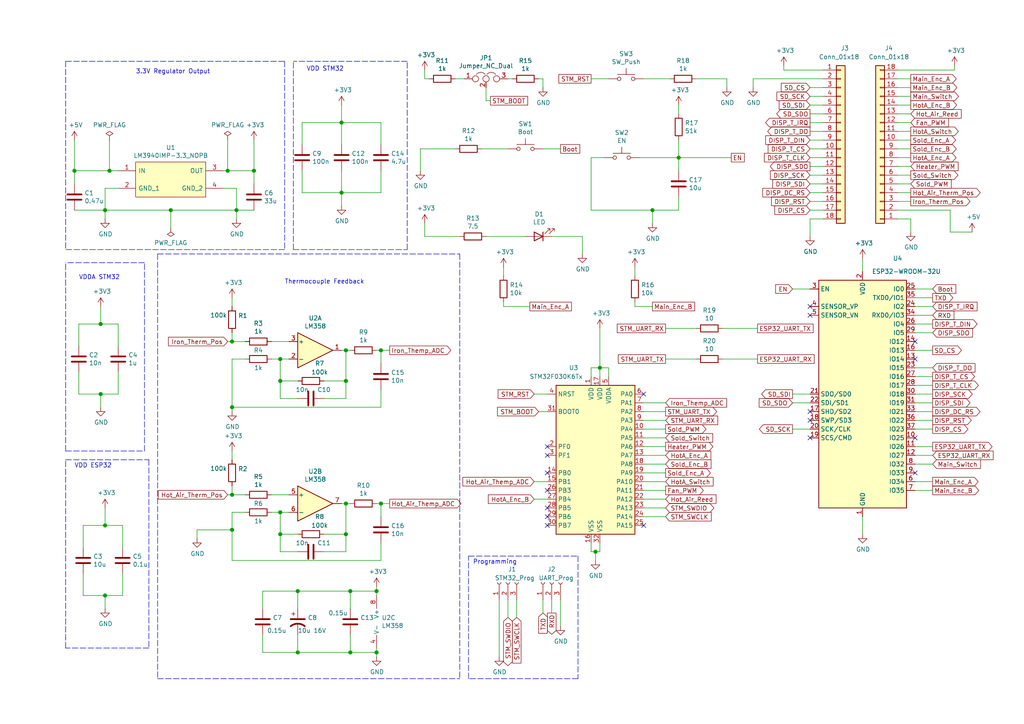
<source format=kicad_sch>
(kicad_sch (version 20201015) (generator eeschema)
  (paper "A4")
  (title_block (title "Phixlab Soldering Station Processor Board") (rev "0.1") (company "keyfour.tech"))
  (junction (at 21.59 49.53) (diameter 1.016))
  (junction (at 29.21 93.98) (diameter 1.016))
  (junction (at 29.21 114.3) (diameter 1.016))
  (junction (at 30.48 60.96) (diameter 1.016))
  (junction (at 30.48 152.4) (diameter 1.016))
  (junction (at 30.48 172.72) (diameter 1.016))
  (junction (at 31.75 49.53) (diameter 1.016))
  (junction (at 49.53 60.96) (diameter 1.016))
  (junction (at 66.04 49.53) (diameter 1.016))
  (junction (at 67.31 99.06) (diameter 1.016))
  (junction (at 67.31 118.11) (diameter 1.016))
  (junction (at 67.31 143.51) (diameter 1.016))
  (junction (at 67.31 153.67) (diameter 1.016))
  (junction (at 68.58 60.96) (diameter 1.016))
  (junction (at 73.66 49.53) (diameter 1.016))
  (junction (at 81.28 104.14) (diameter 1.016))
  (junction (at 81.28 110.49) (diameter 1.016))
  (junction (at 81.28 148.59) (diameter 1.016))
  (junction (at 81.28 154.94) (diameter 1.016))
  (junction (at 86.36 171.45) (diameter 1.016))
  (junction (at 86.36 189.23) (diameter 1.016))
  (junction (at 99.06 35.56) (diameter 1.016))
  (junction (at 99.06 55.88) (diameter 1.016))
  (junction (at 100.33 101.6) (diameter 1.016))
  (junction (at 100.33 110.49) (diameter 1.016))
  (junction (at 100.33 146.05) (diameter 1.016))
  (junction (at 100.33 154.94) (diameter 1.016))
  (junction (at 101.6 171.45) (diameter 1.016))
  (junction (at 101.6 189.23) (diameter 1.016))
  (junction (at 109.22 171.45) (diameter 1.016))
  (junction (at 109.22 189.23) (diameter 1.016))
  (junction (at 110.49 101.6) (diameter 1.016))
  (junction (at 110.49 146.05) (diameter 1.016))
  (junction (at 172.72 160.02) (diameter 1.016))
  (junction (at 173.99 106.68) (diameter 1.016))
  (junction (at 189.23 60.96) (diameter 1.016))
  (junction (at 196.85 45.72) (diameter 1.016))
  (no_connect (at 186.69 152.4))
  (no_connect (at 234.95 88.9))
  (no_connect (at 158.75 152.4))
  (no_connect (at 265.43 99.06))
  (no_connect (at 234.95 119.38))
  (no_connect (at 158.75 132.08))
  (no_connect (at 158.75 137.16))
  (no_connect (at 158.75 147.32))
  (no_connect (at 265.43 127))
  (no_connect (at 186.69 114.3))
  (no_connect (at 234.95 127))
  (no_connect (at 158.75 142.24))
  (no_connect (at 234.95 121.92))
  (no_connect (at 158.75 149.86))
  (no_connect (at 234.95 91.44))
  (no_connect (at 158.75 129.54))
  (no_connect (at 265.43 104.14))
  (no_connect (at 265.43 137.16))
  (wire (pts (xy 21.59 49.53) (xy 21.59 40.64)))
  (wire (pts (xy 21.59 49.53) (xy 21.59 53.34)))
  (wire (pts (xy 21.59 60.96) (xy 30.48 60.96)))
  (wire (pts (xy 22.86 93.98) (xy 29.21 93.98)))
  (wire (pts (xy 22.86 100.33) (xy 22.86 93.98)))
  (wire (pts (xy 22.86 107.95) (xy 22.86 114.3)))
  (wire (pts (xy 22.86 114.3) (xy 29.21 114.3)))
  (wire (pts (xy 24.13 152.4) (xy 30.48 152.4)))
  (wire (pts (xy 24.13 158.75) (xy 24.13 152.4)))
  (wire (pts (xy 24.13 166.37) (xy 24.13 172.72)))
  (wire (pts (xy 24.13 172.72) (xy 30.48 172.72)))
  (wire (pts (xy 29.21 93.98) (xy 29.21 88.9)))
  (wire (pts (xy 29.21 114.3) (xy 34.29 114.3)))
  (wire (pts (xy 29.21 118.11) (xy 29.21 114.3)))
  (wire (pts (xy 30.48 54.61) (xy 30.48 60.96)))
  (wire (pts (xy 30.48 54.61) (xy 34.29 54.61)))
  (wire (pts (xy 30.48 60.96) (xy 30.48 63.5)))
  (wire (pts (xy 30.48 152.4) (xy 30.48 147.32)))
  (wire (pts (xy 30.48 172.72) (xy 35.56 172.72)))
  (wire (pts (xy 30.48 176.53) (xy 30.48 172.72)))
  (wire (pts (xy 31.75 49.53) (xy 21.59 49.53)))
  (wire (pts (xy 31.75 49.53) (xy 31.75 40.64)))
  (wire (pts (xy 34.29 49.53) (xy 31.75 49.53)))
  (wire (pts (xy 34.29 93.98) (xy 29.21 93.98)))
  (wire (pts (xy 34.29 100.33) (xy 34.29 93.98)))
  (wire (pts (xy 34.29 114.3) (xy 34.29 107.95)))
  (wire (pts (xy 35.56 152.4) (xy 30.48 152.4)))
  (wire (pts (xy 35.56 158.75) (xy 35.56 152.4)))
  (wire (pts (xy 35.56 172.72) (xy 35.56 166.37)))
  (wire (pts (xy 49.53 60.96) (xy 30.48 60.96)))
  (wire (pts (xy 49.53 60.96) (xy 68.58 60.96)))
  (wire (pts (xy 49.53 66.04) (xy 49.53 60.96)))
  (wire (pts (xy 57.15 153.67) (xy 67.31 153.67)))
  (wire (pts (xy 57.15 156.21) (xy 57.15 153.67)))
  (wire (pts (xy 64.77 54.61) (xy 68.58 54.61)))
  (wire (pts (xy 66.04 40.64) (xy 66.04 49.53)))
  (wire (pts (xy 66.04 49.53) (xy 64.77 49.53)))
  (wire (pts (xy 66.04 99.06) (xy 67.31 99.06)))
  (wire (pts (xy 66.04 143.51) (xy 67.31 143.51)))
  (wire (pts (xy 67.31 88.9) (xy 67.31 86.36)))
  (wire (pts (xy 67.31 99.06) (xy 67.31 96.52)))
  (wire (pts (xy 67.31 99.06) (xy 71.12 99.06)))
  (wire (pts (xy 67.31 104.14) (xy 71.12 104.14)))
  (wire (pts (xy 67.31 118.11) (xy 67.31 104.14)))
  (wire (pts (xy 67.31 119.38) (xy 67.31 118.11)))
  (wire (pts (xy 67.31 133.35) (xy 67.31 130.81)))
  (wire (pts (xy 67.31 143.51) (xy 67.31 140.97)))
  (wire (pts (xy 67.31 143.51) (xy 71.12 143.51)))
  (wire (pts (xy 67.31 148.59) (xy 71.12 148.59)))
  (wire (pts (xy 67.31 153.67) (xy 67.31 148.59)))
  (wire (pts (xy 67.31 162.56) (xy 67.31 153.67)))
  (wire (pts (xy 68.58 54.61) (xy 68.58 60.96)))
  (wire (pts (xy 68.58 60.96) (xy 68.58 63.5)))
  (wire (pts (xy 73.66 49.53) (xy 66.04 49.53)))
  (wire (pts (xy 73.66 49.53) (xy 73.66 40.64)))
  (wire (pts (xy 73.66 49.53) (xy 73.66 53.34)))
  (wire (pts (xy 73.66 60.96) (xy 68.58 60.96)))
  (wire (pts (xy 76.2 171.45) (xy 86.36 171.45)))
  (wire (pts (xy 76.2 176.53) (xy 76.2 171.45)))
  (wire (pts (xy 76.2 184.15) (xy 76.2 189.23)))
  (wire (pts (xy 76.2 189.23) (xy 86.36 189.23)))
  (wire (pts (xy 78.74 99.06) (xy 83.82 99.06)))
  (wire (pts (xy 78.74 104.14) (xy 81.28 104.14)))
  (wire (pts (xy 78.74 143.51) (xy 83.82 143.51)))
  (wire (pts (xy 78.74 148.59) (xy 81.28 148.59)))
  (wire (pts (xy 81.28 104.14) (xy 81.28 110.49)))
  (wire (pts (xy 81.28 104.14) (xy 83.82 104.14)))
  (wire (pts (xy 81.28 110.49) (xy 81.28 115.57)))
  (wire (pts (xy 81.28 110.49) (xy 86.36 110.49)))
  (wire (pts (xy 81.28 115.57) (xy 86.36 115.57)))
  (wire (pts (xy 81.28 148.59) (xy 81.28 154.94)))
  (wire (pts (xy 81.28 148.59) (xy 83.82 148.59)))
  (wire (pts (xy 81.28 154.94) (xy 81.28 160.02)))
  (wire (pts (xy 81.28 154.94) (xy 86.36 154.94)))
  (wire (pts (xy 81.28 160.02) (xy 86.36 160.02)))
  (wire (pts (xy 86.36 171.45) (xy 101.6 171.45)))
  (wire (pts (xy 86.36 176.53) (xy 86.36 171.45)))
  (wire (pts (xy 86.36 184.15) (xy 86.36 189.23)))
  (wire (pts (xy 86.36 189.23) (xy 101.6 189.23)))
  (wire (pts (xy 87.63 35.56) (xy 99.06 35.56)))
  (wire (pts (xy 87.63 41.91) (xy 87.63 35.56)))
  (wire (pts (xy 87.63 55.88) (xy 87.63 49.53)))
  (wire (pts (xy 93.98 110.49) (xy 100.33 110.49)))
  (wire (pts (xy 93.98 115.57) (xy 100.33 115.57)))
  (wire (pts (xy 93.98 154.94) (xy 100.33 154.94)))
  (wire (pts (xy 93.98 160.02) (xy 100.33 160.02)))
  (wire (pts (xy 99.06 35.56) (xy 99.06 30.48)))
  (wire (pts (xy 99.06 41.91) (xy 99.06 35.56)))
  (wire (pts (xy 99.06 49.53) (xy 99.06 55.88)))
  (wire (pts (xy 99.06 55.88) (xy 87.63 55.88)))
  (wire (pts (xy 99.06 55.88) (xy 110.49 55.88)))
  (wire (pts (xy 99.06 59.69) (xy 99.06 55.88)))
  (wire (pts (xy 100.33 101.6) (xy 99.06 101.6)))
  (wire (pts (xy 100.33 101.6) (xy 101.6 101.6)))
  (wire (pts (xy 100.33 110.49) (xy 100.33 101.6)))
  (wire (pts (xy 100.33 115.57) (xy 100.33 110.49)))
  (wire (pts (xy 100.33 146.05) (xy 99.06 146.05)))
  (wire (pts (xy 100.33 146.05) (xy 101.6 146.05)))
  (wire (pts (xy 100.33 154.94) (xy 100.33 146.05)))
  (wire (pts (xy 100.33 160.02) (xy 100.33 154.94)))
  (wire (pts (xy 101.6 171.45) (xy 109.22 171.45)))
  (wire (pts (xy 101.6 176.53) (xy 101.6 171.45)))
  (wire (pts (xy 101.6 184.15) (xy 101.6 189.23)))
  (wire (pts (xy 101.6 189.23) (xy 109.22 189.23)))
  (wire (pts (xy 109.22 101.6) (xy 110.49 101.6)))
  (wire (pts (xy 109.22 146.05) (xy 110.49 146.05)))
  (wire (pts (xy 109.22 171.45) (xy 109.22 170.18)))
  (wire (pts (xy 109.22 172.72) (xy 109.22 171.45)))
  (wire (pts (xy 109.22 189.23) (xy 109.22 187.96)))
  (wire (pts (xy 109.22 190.5) (xy 109.22 189.23)))
  (wire (pts (xy 110.49 35.56) (xy 99.06 35.56)))
  (wire (pts (xy 110.49 41.91) (xy 110.49 35.56)))
  (wire (pts (xy 110.49 55.88) (xy 110.49 49.53)))
  (wire (pts (xy 110.49 101.6) (xy 113.03 101.6)))
  (wire (pts (xy 110.49 105.41) (xy 110.49 101.6)))
  (wire (pts (xy 110.49 113.03) (xy 110.49 118.11)))
  (wire (pts (xy 110.49 118.11) (xy 67.31 118.11)))
  (wire (pts (xy 110.49 146.05) (xy 113.03 146.05)))
  (wire (pts (xy 110.49 149.86) (xy 110.49 146.05)))
  (wire (pts (xy 110.49 157.48) (xy 110.49 162.56)))
  (wire (pts (xy 110.49 162.56) (xy 67.31 162.56)))
  (wire (pts (xy 121.92 43.18) (xy 121.92 49.53)))
  (wire (pts (xy 121.92 43.18) (xy 132.08 43.18)))
  (wire (pts (xy 123.19 22.86) (xy 123.19 20.32)))
  (wire (pts (xy 123.19 64.77) (xy 123.19 68.58)))
  (wire (pts (xy 123.19 68.58) (xy 133.35 68.58)))
  (wire (pts (xy 124.46 22.86) (xy 123.19 22.86)))
  (wire (pts (xy 134.62 22.86) (xy 132.08 22.86)))
  (wire (pts (xy 139.7 43.18) (xy 147.32 43.18)))
  (wire (pts (xy 140.97 29.21) (xy 140.97 25.4)))
  (wire (pts (xy 140.97 29.21) (xy 142.24 29.21)))
  (wire (pts (xy 140.97 68.58) (xy 152.4 68.58)))
  (wire (pts (xy 144.78 173.99) (xy 144.78 190.5)))
  (wire (pts (xy 146.05 80.01) (xy 146.05 77.47)))
  (wire (pts (xy 146.05 88.9) (xy 146.05 87.63)))
  (wire (pts (xy 147.32 179.07) (xy 147.32 173.99)))
  (wire (pts (xy 148.59 22.86) (xy 147.32 22.86)))
  (wire (pts (xy 149.86 179.07) (xy 149.86 173.99)))
  (wire (pts (xy 153.67 88.9) (xy 146.05 88.9)))
  (wire (pts (xy 154.94 139.7) (xy 158.75 139.7)))
  (wire (pts (xy 154.94 144.78) (xy 158.75 144.78)))
  (wire (pts (xy 156.21 119.38) (xy 158.75 119.38)))
  (wire (pts (xy 157.48 22.86) (xy 156.21 22.86)))
  (wire (pts (xy 157.48 25.4) (xy 157.48 22.86)))
  (wire (pts (xy 157.48 43.18) (xy 162.56 43.18)))
  (wire (pts (xy 157.48 177.8) (xy 157.48 173.99)))
  (wire (pts (xy 158.75 114.3) (xy 154.94 114.3)))
  (wire (pts (xy 160.02 177.8) (xy 160.02 173.99)))
  (wire (pts (xy 162.56 181.61) (xy 162.56 173.99)))
  (wire (pts (xy 168.91 68.58) (xy 160.02 68.58)))
  (wire (pts (xy 168.91 73.66) (xy 168.91 68.58)))
  (wire (pts (xy 171.45 22.86) (xy 176.53 22.86)))
  (wire (pts (xy 171.45 45.72) (xy 175.26 45.72)))
  (wire (pts (xy 171.45 60.96) (xy 171.45 45.72)))
  (wire (pts (xy 171.45 60.96) (xy 189.23 60.96)))
  (wire (pts (xy 171.45 106.68) (xy 173.99 106.68)))
  (wire (pts (xy 171.45 109.22) (xy 171.45 106.68)))
  (wire (pts (xy 171.45 160.02) (xy 171.45 157.48)))
  (wire (pts (xy 172.72 160.02) (xy 171.45 160.02)))
  (wire (pts (xy 172.72 160.02) (xy 173.99 160.02)))
  (wire (pts (xy 172.72 162.56) (xy 172.72 160.02)))
  (wire (pts (xy 173.99 106.68) (xy 173.99 95.25)))
  (wire (pts (xy 173.99 106.68) (xy 176.53 106.68)))
  (wire (pts (xy 173.99 109.22) (xy 173.99 106.68)))
  (wire (pts (xy 173.99 160.02) (xy 173.99 157.48)))
  (wire (pts (xy 176.53 106.68) (xy 176.53 109.22)))
  (wire (pts (xy 184.15 80.01) (xy 184.15 77.47)))
  (wire (pts (xy 184.15 88.9) (xy 184.15 87.63)))
  (wire (pts (xy 185.42 45.72) (xy 196.85 45.72)))
  (wire (pts (xy 186.69 22.86) (xy 194.31 22.86)))
  (wire (pts (xy 186.69 116.84) (xy 193.04 116.84)))
  (wire (pts (xy 186.69 121.92) (xy 193.04 121.92)))
  (wire (pts (xy 186.69 124.46) (xy 193.04 124.46)))
  (wire (pts (xy 186.69 127) (xy 193.04 127)))
  (wire (pts (xy 186.69 129.54) (xy 193.04 129.54)))
  (wire (pts (xy 186.69 134.62) (xy 193.04 134.62)))
  (wire (pts (xy 186.69 139.7) (xy 193.04 139.7)))
  (wire (pts (xy 186.69 144.78) (xy 193.04 144.78)))
  (wire (pts (xy 186.69 147.32) (xy 193.04 147.32)))
  (wire (pts (xy 189.23 60.96) (xy 189.23 64.77)))
  (wire (pts (xy 189.23 88.9) (xy 184.15 88.9)))
  (wire (pts (xy 193.04 104.14) (xy 201.93 104.14)))
  (wire (pts (xy 193.04 119.38) (xy 186.69 119.38)))
  (wire (pts (xy 193.04 132.08) (xy 186.69 132.08)))
  (wire (pts (xy 193.04 137.16) (xy 186.69 137.16)))
  (wire (pts (xy 193.04 142.24) (xy 186.69 142.24)))
  (wire (pts (xy 193.04 149.86) (xy 186.69 149.86)))
  (wire (pts (xy 196.85 33.02) (xy 196.85 30.48)))
  (wire (pts (xy 196.85 40.64) (xy 196.85 45.72)))
  (wire (pts (xy 196.85 45.72) (xy 196.85 49.53)))
  (wire (pts (xy 196.85 60.96) (xy 189.23 60.96)))
  (wire (pts (xy 196.85 60.96) (xy 196.85 57.15)))
  (wire (pts (xy 201.93 22.86) (xy 210.82 22.86)))
  (wire (pts (xy 201.93 95.25) (xy 193.04 95.25)))
  (wire (pts (xy 209.55 104.14) (xy 219.71 104.14)))
  (wire (pts (xy 210.82 22.86) (xy 210.82 25.4)))
  (wire (pts (xy 212.09 45.72) (xy 196.85 45.72)))
  (wire (pts (xy 218.44 22.86) (xy 218.44 25.4)))
  (wire (pts (xy 218.44 22.86) (xy 238.76 22.86)))
  (wire (pts (xy 219.71 95.25) (xy 209.55 95.25)))
  (wire (pts (xy 227.33 20.32) (xy 227.33 19.05)))
  (wire (pts (xy 229.87 114.3) (xy 234.95 114.3)))
  (wire (pts (xy 229.87 116.84) (xy 234.95 116.84)))
  (wire (pts (xy 229.87 124.46) (xy 234.95 124.46)))
  (wire (pts (xy 234.95 25.4) (xy 238.76 25.4)))
  (wire (pts (xy 234.95 27.94) (xy 238.76 27.94)))
  (wire (pts (xy 234.95 30.48) (xy 238.76 30.48)))
  (wire (pts (xy 234.95 33.02) (xy 238.76 33.02)))
  (wire (pts (xy 234.95 35.56) (xy 238.76 35.56)))
  (wire (pts (xy 234.95 38.1) (xy 238.76 38.1)))
  (wire (pts (xy 234.95 40.64) (xy 238.76 40.64)))
  (wire (pts (xy 234.95 43.18) (xy 238.76 43.18)))
  (wire (pts (xy 234.95 45.72) (xy 238.76 45.72)))
  (wire (pts (xy 234.95 48.26) (xy 238.76 48.26)))
  (wire (pts (xy 234.95 50.8) (xy 238.76 50.8)))
  (wire (pts (xy 234.95 53.34) (xy 238.76 53.34)))
  (wire (pts (xy 234.95 55.88) (xy 238.76 55.88)))
  (wire (pts (xy 234.95 58.42) (xy 238.76 58.42)))
  (wire (pts (xy 234.95 60.96) (xy 238.76 60.96)))
  (wire (pts (xy 234.95 63.5) (xy 238.76 63.5)))
  (wire (pts (xy 234.95 68.58) (xy 234.95 63.5)))
  (wire (pts (xy 234.95 83.82) (xy 229.87 83.82)))
  (wire (pts (xy 238.76 20.32) (xy 227.33 20.32)))
  (wire (pts (xy 250.19 78.74) (xy 250.19 74.93)))
  (wire (pts (xy 250.19 154.94) (xy 250.19 149.86)))
  (wire (pts (xy 260.35 20.32) (xy 276.86 20.32)))
  (wire (pts (xy 260.35 22.86) (xy 264.16 22.86)))
  (wire (pts (xy 260.35 25.4) (xy 264.16 25.4)))
  (wire (pts (xy 260.35 27.94) (xy 264.16 27.94)))
  (wire (pts (xy 260.35 30.48) (xy 264.16 30.48)))
  (wire (pts (xy 260.35 33.02) (xy 264.16 33.02)))
  (wire (pts (xy 260.35 35.56) (xy 264.16 35.56)))
  (wire (pts (xy 260.35 38.1) (xy 264.16 38.1)))
  (wire (pts (xy 260.35 40.64) (xy 264.16 40.64)))
  (wire (pts (xy 260.35 43.18) (xy 264.16 43.18)))
  (wire (pts (xy 260.35 45.72) (xy 264.16 45.72)))
  (wire (pts (xy 260.35 48.26) (xy 264.16 48.26)))
  (wire (pts (xy 260.35 50.8) (xy 264.16 50.8)))
  (wire (pts (xy 260.35 53.34) (xy 264.16 53.34)))
  (wire (pts (xy 260.35 55.88) (xy 264.16 55.88)))
  (wire (pts (xy 260.35 60.96) (xy 275.59 60.96)))
  (wire (pts (xy 260.35 63.5) (xy 264.16 63.5)))
  (wire (pts (xy 264.16 58.42) (xy 260.35 58.42)))
  (wire (pts (xy 264.16 63.5) (xy 264.16 67.31)))
  (wire (pts (xy 265.43 83.82) (xy 270.51 83.82)))
  (wire (pts (xy 265.43 86.36) (xy 270.51 86.36)))
  (wire (pts (xy 265.43 88.9) (xy 270.51 88.9)))
  (wire (pts (xy 265.43 91.44) (xy 270.51 91.44)))
  (wire (pts (xy 265.43 93.98) (xy 270.51 93.98)))
  (wire (pts (xy 265.43 96.52) (xy 270.51 96.52)))
  (wire (pts (xy 265.43 101.6) (xy 270.51 101.6)))
  (wire (pts (xy 265.43 109.22) (xy 270.51 109.22)))
  (wire (pts (xy 265.43 111.76) (xy 270.51 111.76)))
  (wire (pts (xy 265.43 114.3) (xy 270.51 114.3)))
  (wire (pts (xy 265.43 116.84) (xy 270.51 116.84)))
  (wire (pts (xy 265.43 119.38) (xy 270.51 119.38)))
  (wire (pts (xy 265.43 121.92) (xy 270.51 121.92)))
  (wire (pts (xy 265.43 124.46) (xy 270.51 124.46)))
  (wire (pts (xy 265.43 132.08) (xy 270.51 132.08)))
  (wire (pts (xy 265.43 134.62) (xy 270.51 134.62)))
  (wire (pts (xy 265.43 139.7) (xy 270.51 139.7)))
  (wire (pts (xy 270.51 106.68) (xy 265.43 106.68)))
  (wire (pts (xy 270.51 129.54) (xy 265.43 129.54)))
  (wire (pts (xy 270.51 142.24) (xy 265.43 142.24)))
  (wire (pts (xy 275.59 60.96) (xy 275.59 67.31)))
  (wire (pts (xy 275.59 67.31) (xy 281.94 67.31)))
  (wire (pts (xy 276.86 20.32) (xy 276.86 19.05)))
  (polyline (pts (xy 19.05 17.78) (xy 19.05 72.39)) (stroke (width 0) (type dash)))
  (polyline (pts (xy 19.05 17.78) (xy 82.55 17.78)) (stroke (width 0) (type dash)))
  (polyline (pts (xy 19.05 130.81) (xy 19.05 76.2)) (stroke (width 0) (type dash)))
  (polyline (pts (xy 19.05 130.81) (xy 41.91 130.81)) (stroke (width 0) (type dash)))
  (polyline (pts (xy 19.05 133.35) (xy 43.18 133.35)) (stroke (width 0) (type dash)))
  (polyline (pts (xy 19.05 187.96) (xy 19.05 133.35)) (stroke (width 0) (type dash)))
  (polyline (pts (xy 41.91 76.2) (xy 19.05 76.2)) (stroke (width 0) (type dash)))
  (polyline (pts (xy 41.91 130.81) (xy 41.91 76.2)) (stroke (width 0) (type dash)))
  (polyline (pts (xy 43.18 133.35) (xy 43.18 187.96)) (stroke (width 0) (type dash)))
  (polyline (pts (xy 43.18 187.96) (xy 19.05 187.96)) (stroke (width 0) (type dash)))
  (polyline (pts (xy 45.72 73.66) (xy 45.72 196.85)) (stroke (width 0) (type dash)))
  (polyline (pts (xy 45.72 73.66) (xy 133.35 73.66)) (stroke (width 0) (type dash)))
  (polyline (pts (xy 45.72 196.85) (xy 133.35 196.85)) (stroke (width 0) (type dash)))
  (polyline (pts (xy 82.55 17.78) (xy 82.55 72.39)) (stroke (width 0) (type dash)))
  (polyline (pts (xy 82.55 72.39) (xy 19.05 72.39)) (stroke (width 0) (type dash)))
  (polyline (pts (xy 85.09 72.39) (xy 85.09 17.78)) (stroke (width 0) (type dash)))
  (polyline (pts (xy 85.09 72.39) (xy 118.11 72.39)) (stroke (width 0) (type dash)))
  (polyline (pts (xy 118.11 17.78) (xy 85.09 17.78)) (stroke (width 0) (type dash)))
  (polyline (pts (xy 118.11 72.39) (xy 118.11 17.78)) (stroke (width 0) (type dash)))
  (polyline (pts (xy 133.35 73.66) (xy 133.35 196.85)) (stroke (width 0) (type dash)))
  (polyline (pts (xy 135.89 161.29) (xy 167.64 161.29)) (stroke (width 0) (type dash)))
  (polyline (pts (xy 135.89 196.85) (xy 135.89 161.29)) (stroke (width 0) (type dash)))
  (polyline (pts (xy 167.64 161.29) (xy 167.64 196.85)) (stroke (width 0) (type dash)))
  (polyline (pts (xy 167.64 196.85) (xy 135.89 196.85)) (stroke (width 0) (type dash)))
  (text "VDD ESP32\n" (at 21.59 135.89 0) (effects (font (size 1.27 1.27)) (justify left bottom)))
  (text "VDDA STM32\n" (at 22.86 81.28 0) (effects (font (size 1.27 1.27)) (justify left bottom)))
  (text "3.3V Regulator Output" (at 39.37 21.59 0) (effects (font (size 1.27 1.27)) (justify left bottom)))
  (text "Thermocouple Feedback\n" (at 82.55 82.55 0) (effects (font (size 1.27 1.27)) (justify left bottom)))
  (text "VDD STM32\n\n" (at 88.9 22.86 0) (effects (font (size 1.27 1.27)) (justify left bottom)))
  (text "Programming\n" (at 137.16 163.83 0) (effects (font (size 1.27 1.27)) (justify left bottom)))
  (global_label "Iron_Therm_Pos" (shape input) (at 66.04 99.06 180) (property "Intersheet References" "${INTERSHEET_REFS}" (effects hide)))
  (global_label "Hot_Air_Therm_Pos" (shape input) (at 66.04 143.51 180) (property "Intersheet References" "${INTERSHEET_REFS}" (effects hide)))
  (global_label "Iron_Themp_ADC" (shape output) (at 113.03 101.6 0) (property "Intersheet References" "${INTERSHEET_REFS}" (effects hide)))
  (global_label "Hot_Air_Themp_ADC" (shape output) (at 113.03 146.05 0) (property "Intersheet References" "${INTERSHEET_REFS}" (effects hide)))
  (global_label "STM_BOOT" (shape passive) (at 142.24 29.21 0) (property "Intersheet References" "${INTERSHEET_REFS}" (effects hide)))
  (global_label "STM_SWDIO" (shape bidirectional) (at 147.32 179.07 270) (property "Intersheet References" "${INTERSHEET_REFS}" (effects hide)))
  (global_label "STM_SWCLK" (shape input) (at 149.86 179.07 270) (property "Intersheet References" "${INTERSHEET_REFS}" (effects hide)))
  (global_label "Main_Enc_A" (shape passive) (at 153.67 88.9 0) (property "Intersheet References" "${INTERSHEET_REFS}" (effects hide)))
  (global_label "STM_RST" (shape input) (at 154.94 114.3 180) (property "Intersheet References" "${INTERSHEET_REFS}" (effects hide)))
  (global_label "Hot_Air_Themp_ADC" (shape input) (at 154.94 139.7 180) (property "Intersheet References" "${INTERSHEET_REFS}" (effects hide)))
  (global_label "HotA_Enc_B" (shape input) (at 154.94 144.78 180) (property "Intersheet References" "${INTERSHEET_REFS}" (effects hide)))
  (global_label "STM_BOOT" (shape input) (at 156.21 119.38 180) (property "Intersheet References" "${INTERSHEET_REFS}" (effects hide)))
  (global_label "TXD" (shape input) (at 157.48 177.8 270) (property "Intersheet References" "${INTERSHEET_REFS}" (effects hide)))
  (global_label "RXD" (shape output) (at 160.02 177.8 270) (property "Intersheet References" "${INTERSHEET_REFS}" (effects hide)))
  (global_label "Boot" (shape passive) (at 162.56 43.18 0) (property "Intersheet References" "${INTERSHEET_REFS}" (effects hide)))
  (global_label "STM_RST" (shape passive) (at 171.45 22.86 180) (property "Intersheet References" "${INTERSHEET_REFS}" (effects hide)))
  (global_label "Main_Enc_B" (shape passive) (at 189.23 88.9 0) (property "Intersheet References" "${INTERSHEET_REFS}" (effects hide)))
  (global_label "STM_UART_RX" (shape passive) (at 193.04 95.25 180) (property "Intersheet References" "${INTERSHEET_REFS}" (effects hide)))
  (global_label "STM_UART_TX" (shape passive) (at 193.04 104.14 180) (property "Intersheet References" "${INTERSHEET_REFS}" (effects hide)))
  (global_label "Iron_Themp_ADC" (shape input) (at 193.04 116.84 0) (property "Intersheet References" "${INTERSHEET_REFS}" (effects hide)))
  (global_label "STM_UART_TX" (shape output) (at 193.04 119.38 0) (property "Intersheet References" "${INTERSHEET_REFS}" (effects hide)))
  (global_label "STM_UART_RX" (shape input) (at 193.04 121.92 0) (property "Intersheet References" "${INTERSHEET_REFS}" (effects hide)))
  (global_label "Sold_PWM" (shape output) (at 193.04 124.46 0) (property "Intersheet References" "${INTERSHEET_REFS}" (effects hide)))
  (global_label "Sold_Switch" (shape input) (at 193.04 127 0) (property "Intersheet References" "${INTERSHEET_REFS}" (effects hide)))
  (global_label "Heater_PWM" (shape output) (at 193.04 129.54 0) (property "Intersheet References" "${INTERSHEET_REFS}" (effects hide)))
  (global_label "HotA_Enc_A" (shape input) (at 193.04 132.08 0) (property "Intersheet References" "${INTERSHEET_REFS}" (effects hide)))
  (global_label "Sold_Enc_B" (shape input) (at 193.04 134.62 0) (property "Intersheet References" "${INTERSHEET_REFS}" (effects hide)))
  (global_label "Sold_Enc_A" (shape output) (at 193.04 137.16 0) (property "Intersheet References" "${INTERSHEET_REFS}" (effects hide)))
  (global_label "HotA_Switch" (shape input) (at 193.04 139.7 0) (property "Intersheet References" "${INTERSHEET_REFS}" (effects hide)))
  (global_label "Fan_PWM" (shape output) (at 193.04 142.24 0) (property "Intersheet References" "${INTERSHEET_REFS}" (effects hide)))
  (global_label "Hot_Air_Reed" (shape input) (at 193.04 144.78 0) (property "Intersheet References" "${INTERSHEET_REFS}" (effects hide)))
  (global_label "STM_SWDIO" (shape bidirectional) (at 193.04 147.32 0) (property "Intersheet References" "${INTERSHEET_REFS}" (effects hide)))
  (global_label "STM_SWCLK" (shape input) (at 193.04 149.86 0) (property "Intersheet References" "${INTERSHEET_REFS}" (effects hide)))
  (global_label "EN" (shape passive) (at 212.09 45.72 0) (property "Intersheet References" "${INTERSHEET_REFS}" (effects hide)))
  (global_label "ESP32_UART_TX" (shape passive) (at 219.71 95.25 0) (property "Intersheet References" "${INTERSHEET_REFS}" (effects hide)))
  (global_label "ESP32_UART_RX" (shape passive) (at 219.71 104.14 0) (property "Intersheet References" "${INTERSHEET_REFS}" (effects hide)))
  (global_label "EN" (shape input) (at 229.87 83.82 180) (property "Intersheet References" "${INTERSHEET_REFS}" (effects hide)))
  (global_label "SD_SDI" (shape output) (at 229.87 114.3 180) (property "Intersheet References" "${INTERSHEET_REFS}" (effects hide)))
  (global_label "SD_SDO" (shape input) (at 229.87 116.84 180) (property "Intersheet References" "${INTERSHEET_REFS}" (effects hide)))
  (global_label "SD_SCK" (shape output) (at 229.87 124.46 180) (property "Intersheet References" "${INTERSHEET_REFS}" (effects hide)))
  (global_label "SD_CS" (shape input) (at 234.95 25.4 180) (property "Intersheet References" "${INTERSHEET_REFS}" (effects hide)))
  (global_label "SD_SCK" (shape input) (at 234.95 27.94 180) (property "Intersheet References" "${INTERSHEET_REFS}" (effects hide)))
  (global_label "SD_SDI" (shape input) (at 234.95 30.48 180) (property "Intersheet References" "${INTERSHEET_REFS}" (effects hide)))
  (global_label "SD_SDO" (shape output) (at 234.95 33.02 180) (property "Intersheet References" "${INTERSHEET_REFS}" (effects hide)))
  (global_label "DISP_T_IRQ" (shape output) (at 234.95 35.56 180) (property "Intersheet References" "${INTERSHEET_REFS}" (effects hide)))
  (global_label "DISP_T_DO" (shape output) (at 234.95 38.1 180) (property "Intersheet References" "${INTERSHEET_REFS}" (effects hide)))
  (global_label "DISP_T_DIN" (shape input) (at 234.95 40.64 180) (property "Intersheet References" "${INTERSHEET_REFS}" (effects hide)))
  (global_label "DISP_T_CS" (shape input) (at 234.95 43.18 180) (property "Intersheet References" "${INTERSHEET_REFS}" (effects hide)))
  (global_label "DISP_T_CLK" (shape input) (at 234.95 45.72 180) (property "Intersheet References" "${INTERSHEET_REFS}" (effects hide)))
  (global_label "DISP_SDO" (shape output) (at 234.95 48.26 180) (property "Intersheet References" "${INTERSHEET_REFS}" (effects hide)))
  (global_label "DISP_SCK" (shape input) (at 234.95 50.8 180) (property "Intersheet References" "${INTERSHEET_REFS}" (effects hide)))
  (global_label "DISP_SDI" (shape input) (at 234.95 53.34 180) (property "Intersheet References" "${INTERSHEET_REFS}" (effects hide)))
  (global_label "DISP_DC_RS" (shape input) (at 234.95 55.88 180) (property "Intersheet References" "${INTERSHEET_REFS}" (effects hide)))
  (global_label "DISP_RST" (shape input) (at 234.95 58.42 180) (property "Intersheet References" "${INTERSHEET_REFS}" (effects hide)))
  (global_label "DISP_CS" (shape input) (at 234.95 60.96 180) (property "Intersheet References" "${INTERSHEET_REFS}" (effects hide)))
  (global_label "Main_Enc_A" (shape output) (at 264.16 22.86 0) (property "Intersheet References" "${INTERSHEET_REFS}" (effects hide)))
  (global_label "Main_Enc_B" (shape output) (at 264.16 25.4 0) (property "Intersheet References" "${INTERSHEET_REFS}" (effects hide)))
  (global_label "Main_Switch" (shape output) (at 264.16 27.94 0) (property "Intersheet References" "${INTERSHEET_REFS}" (effects hide)))
  (global_label "HotA_Enc_B" (shape output) (at 264.16 30.48 0) (property "Intersheet References" "${INTERSHEET_REFS}" (effects hide)))
  (global_label "Hot_Air_Reed" (shape input) (at 264.16 33.02 0) (property "Intersheet References" "${INTERSHEET_REFS}" (effects hide)))
  (global_label "Fan_PWM" (shape input) (at 264.16 35.56 0) (property "Intersheet References" "${INTERSHEET_REFS}" (effects hide)))
  (global_label "HotA_Switch" (shape output) (at 264.16 38.1 0) (property "Intersheet References" "${INTERSHEET_REFS}" (effects hide)))
  (global_label "Sold_Enc_A" (shape output) (at 264.16 40.64 0) (property "Intersheet References" "${INTERSHEET_REFS}" (effects hide)))
  (global_label "Sold_Enc_B" (shape output) (at 264.16 43.18 0) (property "Intersheet References" "${INTERSHEET_REFS}" (effects hide)))
  (global_label "HotA_Enc_A" (shape output) (at 264.16 45.72 0) (property "Intersheet References" "${INTERSHEET_REFS}" (effects hide)))
  (global_label "Heater_PWM" (shape input) (at 264.16 48.26 0) (property "Intersheet References" "${INTERSHEET_REFS}" (effects hide)))
  (global_label "Sold_Switch" (shape output) (at 264.16 50.8 0) (property "Intersheet References" "${INTERSHEET_REFS}" (effects hide)))
  (global_label "Sold_PWM" (shape input) (at 264.16 53.34 0) (property "Intersheet References" "${INTERSHEET_REFS}" (effects hide)))
  (global_label "Hot_Air_Therm_Pos" (shape output) (at 264.16 55.88 0) (property "Intersheet References" "${INTERSHEET_REFS}" (effects hide)))
  (global_label "Iron_Therm_Pos" (shape output) (at 264.16 58.42 0) (property "Intersheet References" "${INTERSHEET_REFS}" (effects hide)))
  (global_label "Boot" (shape input) (at 270.51 83.82 0) (property "Intersheet References" "${INTERSHEET_REFS}" (effects hide)))
  (global_label "TXD" (shape output) (at 270.51 86.36 0) (property "Intersheet References" "${INTERSHEET_REFS}" (effects hide)))
  (global_label "DISP_T_IRQ" (shape input) (at 270.51 88.9 0) (property "Intersheet References" "${INTERSHEET_REFS}" (effects hide)))
  (global_label "RXD" (shape input) (at 270.51 91.44 0) (property "Intersheet References" "${INTERSHEET_REFS}" (effects hide)))
  (global_label "DISP_T_DIN" (shape output) (at 270.51 93.98 0) (property "Intersheet References" "${INTERSHEET_REFS}" (effects hide)))
  (global_label "DISP_SDO" (shape input) (at 270.51 96.52 0) (property "Intersheet References" "${INTERSHEET_REFS}" (effects hide)))
  (global_label "SD_CS" (shape output) (at 270.51 101.6 0) (property "Intersheet References" "${INTERSHEET_REFS}" (effects hide)))
  (global_label "DISP_T_DO" (shape input) (at 270.51 106.68 0) (property "Intersheet References" "${INTERSHEET_REFS}" (effects hide)))
  (global_label "DISP_T_CS" (shape output) (at 270.51 109.22 0) (property "Intersheet References" "${INTERSHEET_REFS}" (effects hide)))
  (global_label "DISP_T_CLK" (shape output) (at 270.51 111.76 0) (property "Intersheet References" "${INTERSHEET_REFS}" (effects hide)))
  (global_label "DISP_SCK" (shape output) (at 270.51 114.3 0) (property "Intersheet References" "${INTERSHEET_REFS}" (effects hide)))
  (global_label "DISP_SDI" (shape output) (at 270.51 116.84 0) (property "Intersheet References" "${INTERSHEET_REFS}" (effects hide)))
  (global_label "DISP_DC_RS" (shape output) (at 270.51 119.38 0) (property "Intersheet References" "${INTERSHEET_REFS}" (effects hide)))
  (global_label "DISP_RST" (shape output) (at 270.51 121.92 0) (property "Intersheet References" "${INTERSHEET_REFS}" (effects hide)))
  (global_label "DISP_CS" (shape output) (at 270.51 124.46 0) (property "Intersheet References" "${INTERSHEET_REFS}" (effects hide)))
  (global_label "ESP32_UART_TX" (shape output) (at 270.51 129.54 0) (property "Intersheet References" "${INTERSHEET_REFS}" (effects hide)))
  (global_label "ESP32_UART_RX" (shape input) (at 270.51 132.08 0) (property "Intersheet References" "${INTERSHEET_REFS}" (effects hide)))
  (global_label "Main_Switch" (shape input) (at 270.51 134.62 0) (property "Intersheet References" "${INTERSHEET_REFS}" (effects hide)))
  (global_label "Main_Enc_A" (shape output) (at 270.51 139.7 0) (property "Intersheet References" "${INTERSHEET_REFS}" (effects hide)))
  (global_label "Main_Enc_B" (shape output) (at 270.51 142.24 0) (property "Intersheet References" "${INTERSHEET_REFS}" (effects hide)))
  (symbol (lib_id "power:PWR_FLAG") (at 31.75 40.64 0) (unit 1)
    (property "Reference" "#FLG0101" (effects hide))
    (property "Value" "PWR_FLAG" (at 31.75 36.2458 0))
  )
  (symbol (lib_id "power:PWR_FLAG") (at 49.53 66.04 180) (unit 1)
    (property "Reference" "#FLG0103" (effects hide))
    (property "Value" "PWR_FLAG" (at 49.53 70.4342 0))
  )
  (symbol (lib_id "power:PWR_FLAG") (at 66.04 40.64 0) (unit 1)
    (property "Reference" "#FLG0102" (effects hide))
    (property "Value" "PWR_FLAG" (at 66.04 36.2458 0))
  )
  (symbol (lib_id "power:+5V") (at 21.59 40.64 0) (unit 1)
    (property "Reference" "#PWR01" (effects hide))
    (property "Value" "+5V" (at 21.971 36.2458 0))
  )
  (symbol (lib_id "power:+3.3V") (at 29.21 88.9 0) (unit 1)
    (property "Reference" "#PWR02" (effects hide))
    (property "Value" "+3.3V" (at 29.591 84.5058 0))
  )
  (symbol (lib_id "power:+3.3V") (at 30.48 147.32 0)
    (property "Reference" "#PWR05" (effects hide))
    (property "Value" "+3.3V" (at 30.861 142.9258 0))
  )
  (symbol (lib_id "power:+3.3V") (at 67.31 86.36 0)
    (property "Reference" "#PWR08" (effects hide))
    (property "Value" "+3.3V" (at 67.691 81.9658 0))
  )
  (symbol (lib_id "power:+3.3V") (at 67.31 130.81 0)
    (property "Reference" "#PWR010" (effects hide))
    (property "Value" "+3.3V" (at 67.691 126.4158 0))
  )
  (symbol (lib_id "power:+3.3V") (at 73.66 40.64 0) (unit 1)
    (property "Reference" "#PWR012" (effects hide))
    (property "Value" "+3.3V" (at 74.041 36.2458 0))
  )
  (symbol (lib_id "power:+3.3V") (at 99.06 30.48 0) (unit 1)
    (property "Reference" "#PWR013" (effects hide))
    (property "Value" "+3.3V" (at 99.441 26.0858 0))
  )
  (symbol (lib_id "power:+3.3V") (at 109.22 170.18 0)
    (property "Reference" "#PWR015" (effects hide))
    (property "Value" "+3.3V" (at 109.601 165.7858 0))
  )
  (symbol (lib_id "power:+3.3V") (at 123.19 20.32 0) (unit 1)
    (property "Reference" "#PWR018" (effects hide))
    (property "Value" "+3.3V" (at 123.571 15.9258 0))
  )
  (symbol (lib_id "power:+3.3V") (at 123.19 64.77 0) (unit 1)
    (property "Reference" "#PWR019" (effects hide))
    (property "Value" "+3.3V" (at 123.571 60.3758 0))
  )
  (symbol (lib_id "power:+3.3V") (at 146.05 77.47 0) (unit 1)
    (property "Reference" "#PWR021" (effects hide))
    (property "Value" "+3.3V" (at 146.431 73.0758 0))
  )
  (symbol (lib_id "power:+3.3V") (at 173.99 95.25 0) (unit 1)
    (property "Reference" "#PWR026" (effects hide))
    (property "Value" "+3.3V" (at 174.371 90.8558 0))
  )
  (symbol (lib_id "power:+3.3V") (at 184.15 77.47 0) (unit 1)
    (property "Reference" "#PWR027" (effects hide))
    (property "Value" "+3.3V" (at 184.531 73.0758 0))
  )
  (symbol (lib_id "power:+3.3V") (at 196.85 30.48 0) (unit 1)
    (property "Reference" "#PWR029" (effects hide))
    (property "Value" "+3.3V" (at 197.231 26.0858 0))
  )
  (symbol (lib_id "power:+3.3V") (at 227.33 19.05 0) (unit 1)
    (property "Reference" "#PWR032" (effects hide))
    (property "Value" "+3.3V" (at 227.711 14.6558 0))
  )
  (symbol (lib_id "power:+3.3V") (at 250.19 74.93 0) (unit 1)
    (property "Reference" "#PWR034" (effects hide))
    (property "Value" "+3.3V" (at 250.571 70.5358 0))
  )
  (symbol (lib_id "power:+3.3V") (at 276.86 19.05 0) (unit 1)
    (property "Reference" "#PWR037" (effects hide))
    (property "Value" "+3.3V" (at 277.241 14.6558 0))
  )
  (symbol (lib_id "power:+5V") (at 281.94 67.31 0) (unit 1)
    (property "Reference" "#PWR038" (effects hide))
    (property "Value" "+5V" (at 282.321 62.9158 0))
  )
  (symbol (lib_id "power:GND") (at 29.21 118.11 0) (unit 1)
    (property "Reference" "#PWR03" (effects hide))
    (property "Value" "GND" (at 29.337 122.5042 0))
  )
  (symbol (lib_id "power:GND") (at 30.48 63.5 0) (unit 1)
    (property "Reference" "#PWR04" (effects hide))
    (property "Value" "GND" (at 30.607 67.8942 0))
  )
  (symbol (lib_id "power:GND") (at 30.48 176.53 0)
    (property "Reference" "#PWR06" (effects hide))
    (property "Value" "GND" (at 30.607 180.9242 0))
  )
  (symbol (lib_id "power:GND") (at 57.15 156.21 0)
    (property "Reference" "#PWR07" (effects hide))
    (property "Value" "GND" (at 57.277 160.6042 0))
  )
  (symbol (lib_id "power:GND") (at 67.31 119.38 0)
    (property "Reference" "#PWR09" (effects hide))
    (property "Value" "GND" (at 67.437 123.7742 0))
  )
  (symbol (lib_id "power:GND") (at 68.58 63.5 0) (unit 1)
    (property "Reference" "#PWR011" (effects hide))
    (property "Value" "GND" (at 68.707 67.8942 0))
  )
  (symbol (lib_id "power:GND") (at 99.06 59.69 0) (unit 1)
    (property "Reference" "#PWR014" (effects hide))
    (property "Value" "GND" (at 99.187 64.0842 0))
  )
  (symbol (lib_id "power:GND") (at 109.22 190.5 0)
    (property "Reference" "#PWR016" (effects hide))
    (property "Value" "GND" (at 109.347 194.8942 0))
  )
  (symbol (lib_id "power:GND") (at 121.92 49.53 0) (unit 1)
    (property "Reference" "#PWR017" (effects hide))
    (property "Value" "GND" (at 122.047 53.9242 0))
  )
  (symbol (lib_id "power:GND") (at 144.78 190.5 0) (unit 1)
    (property "Reference" "#PWR020" (effects hide))
    (property "Value" "GND" (at 144.907 194.8942 0))
  )
  (symbol (lib_id "power:GND") (at 157.48 25.4 0) (unit 1)
    (property "Reference" "#PWR022" (effects hide))
    (property "Value" "GND" (at 157.607 29.7942 0))
  )
  (symbol (lib_id "power:GND") (at 162.56 181.61 0) (unit 1)
    (property "Reference" "#PWR023" (effects hide))
    (property "Value" "GND" (at 162.687 186.0042 0))
  )
  (symbol (lib_id "power:GND") (at 168.91 73.66 0) (unit 1)
    (property "Reference" "#PWR024" (effects hide))
    (property "Value" "GND" (at 169.037 78.0542 0))
  )
  (symbol (lib_id "power:GND") (at 172.72 162.56 0) (unit 1)
    (property "Reference" "#PWR025" (effects hide))
    (property "Value" "GND" (at 172.847 166.9542 0))
  )
  (symbol (lib_id "power:GND") (at 189.23 64.77 0) (unit 1)
    (property "Reference" "#PWR028" (effects hide))
    (property "Value" "GND" (at 189.357 69.1642 0))
  )
  (symbol (lib_id "power:GND") (at 210.82 25.4 0) (unit 1)
    (property "Reference" "#PWR030" (effects hide))
    (property "Value" "GND" (at 210.947 29.7942 0))
  )
  (symbol (lib_id "power:GND") (at 218.44 25.4 0) (unit 1)
    (property "Reference" "#PWR031" (effects hide))
    (property "Value" "GND" (at 218.567 29.7942 0))
  )
  (symbol (lib_id "power:GND") (at 234.95 68.58 0) (unit 1)
    (property "Reference" "#PWR033" (effects hide))
    (property "Value" "GND" (at 235.077 72.9742 0))
  )
  (symbol (lib_id "power:GND") (at 250.19 154.94 0) (unit 1)
    (property "Reference" "#PWR035" (effects hide))
    (property "Value" "GND" (at 250.317 159.3342 0))
  )
  (symbol (lib_id "power:GND") (at 264.16 67.31 0) (unit 1)
    (property "Reference" "#PWR036" (effects hide))
    (property "Value" "GND" (at 264.287 71.7042 0))
  )
  (symbol (lib_id "Device:R") (at 67.31 92.71 0)
    (property "Reference" "R1" (at 69.088 91.5416 0) (effects (justify left)))
    (property "Value" "100k" (at 60.96 91.44 0) (effects (justify left)))
    (property "Footprint" "Resistor_SMD:R_0603_1608Metric_Pad0.98x0.95mm_HandSolder" (effects hide))
  )
  (symbol (lib_id "Device:R") (at 67.31 137.16 0)
    (property "Reference" "R2" (at 69.088 135.9916 0) (effects (justify left)))
    (property "Value" "100k" (at 60.96 135.89 0) (effects (justify left)))
    (property "Footprint" "Resistor_SMD:R_0603_1608Metric_Pad0.98x0.95mm_HandSolder" (effects hide))
  )
  (symbol (lib_id "Device:R") (at 74.93 99.06 270)
    (property "Reference" "R3" (at 74.93 93.8022 90))
    (property "Value" "1k" (at 74.93 96.1136 90))
    (property "Footprint" "Resistor_SMD:R_0603_1608Metric_Pad0.98x0.95mm_HandSolder" (effects hide))
  )
  (symbol (lib_id "Device:R") (at 74.93 104.14 90) (mirror x)
    (property "Reference" "R4" (at 74.93 101.6 90))
    (property "Value" "1k" (at 74.93 106.68 90))
    (property "Footprint" "Resistor_SMD:R_0603_1608Metric_Pad0.98x0.95mm_HandSolder" (effects hide))
  )
  (symbol (lib_id "Device:R") (at 74.93 143.51 270)
    (property "Reference" "R5" (at 74.93 138.2522 90))
    (property "Value" "1k" (at 74.93 140.5636 90))
    (property "Footprint" "Resistor_SMD:R_0603_1608Metric_Pad0.98x0.95mm_HandSolder" (effects hide))
  )
  (symbol (lib_id "Device:R") (at 74.93 148.59 90) (mirror x)
    (property "Reference" "R6" (at 74.93 146.05 90))
    (property "Value" "1k" (at 74.93 151.13 90))
    (property "Footprint" "Resistor_SMD:R_0603_1608Metric_Pad0.98x0.95mm_HandSolder" (effects hide))
  )
  (symbol (lib_id "Device:R") (at 90.17 110.49 270)
    (property "Reference" "R7" (at 92.71 105.41 90))
    (property "Value" "100k" (at 92.71 107.95 90))
    (property "Footprint" "Resistor_SMD:R_0603_1608Metric_Pad0.98x0.95mm_HandSolder" (effects hide))
  )
  (symbol (lib_id "Device:R") (at 90.17 154.94 270)
    (property "Reference" "R8" (at 92.71 149.86 90))
    (property "Value" "100k" (at 92.71 152.4 90))
    (property "Footprint" "Resistor_SMD:R_0603_1608Metric_Pad0.98x0.95mm_HandSolder" (effects hide))
  )
  (symbol (lib_id "Device:R") (at 105.41 101.6 270)
    (property "Reference" "R9" (at 105.41 96.3422 90))
    (property "Value" "1k" (at 105.41 98.6536 90))
    (property "Footprint" "Resistor_SMD:R_0603_1608Metric_Pad0.98x0.95mm_HandSolder" (effects hide))
  )
  (symbol (lib_id "Device:R") (at 105.41 146.05 270)
    (property "Reference" "R10" (at 105.41 140.7922 90))
    (property "Value" "1k" (at 105.41 143.1036 90))
    (property "Footprint" "Resistor_SMD:R_0603_1608Metric_Pad0.98x0.95mm_HandSolder" (effects hide))
  )
  (symbol (lib_id "Device:R") (at 128.27 22.86 270) (unit 1)
    (property "Reference" "R11" (at 128.27 17.6022 90))
    (property "Value" "1k" (at 128.27 19.9136 90))
    (property "Footprint" "Resistor_SMD:R_0603_1608Metric_Pad0.98x0.95mm_HandSolder" (effects hide))
  )
  (symbol (lib_id "Device:R") (at 135.89 43.18 270) (unit 1)
    (property "Reference" "R12" (at 135.89 37.9222 90))
    (property "Value" "1k" (at 135.89 40.2336 90))
    (property "Footprint" "Resistor_SMD:R_0603_1608Metric_Pad0.98x0.95mm_HandSolder" (effects hide))
  )
  (symbol (lib_id "Device:R") (at 137.16 68.58 270) (unit 1)
    (property "Reference" "R13" (at 137.16 63.3222 90))
    (property "Value" "7.5" (at 137.16 65.6336 90))
    (property "Footprint" "Resistor_SMD:R_0603_1608Metric_Pad0.98x0.95mm_HandSolder" (effects hide))
  )
  (symbol (lib_id "Device:R") (at 146.05 83.82 0) (unit 1)
    (property "Reference" "R14" (at 147.828 82.6516 0) (effects (justify left)))
    (property "Value" "10k" (at 147.828 84.963 0) (effects (justify left)))
    (property "Footprint" "Resistor_SMD:R_0603_1608Metric_Pad0.98x0.95mm_HandSolder" (effects hide))
  )
  (symbol (lib_id "Device:R") (at 152.4 22.86 270) (unit 1)
    (property "Reference" "R15" (at 152.4 17.6022 90))
    (property "Value" "1k" (at 152.4 19.9136 90))
    (property "Footprint" "Resistor_SMD:R_0603_1608Metric_Pad0.98x0.95mm_HandSolder" (effects hide))
  )
  (symbol (lib_id "Device:R") (at 184.15 83.82 0) (unit 1)
    (property "Reference" "R16" (at 185.928 82.6516 0) (effects (justify left)))
    (property "Value" "10k" (at 185.928 84.963 0) (effects (justify left)))
    (property "Footprint" "Resistor_SMD:R_0603_1608Metric_Pad0.98x0.95mm_HandSolder" (effects hide))
  )
  (symbol (lib_id "Device:R") (at 196.85 36.83 0) (unit 1)
    (property "Reference" "R17" (at 198.628 35.6616 0) (effects (justify left)))
    (property "Value" "51k" (at 198.628 37.973 0) (effects (justify left)))
    (property "Footprint" "Resistor_SMD:R_0603_1608Metric_Pad0.98x0.95mm_HandSolder" (effects hide))
  )
  (symbol (lib_id "Device:R") (at 198.12 22.86 270) (unit 1)
    (property "Reference" "R18" (at 198.12 17.6022 90))
    (property "Value" "1k" (at 198.12 19.9136 90))
    (property "Footprint" "Resistor_SMD:R_0603_1608Metric_Pad0.98x0.95mm_HandSolder" (effects hide))
  )
  (symbol (lib_id "Device:R") (at 205.74 95.25 270) (unit 1)
    (property "Reference" "R19" (at 205.74 89.9922 90))
    (property "Value" "10" (at 205.74 92.3036 90))
    (property "Footprint" "Resistor_SMD:R_0603_1608Metric_Pad0.98x0.95mm_HandSolder" (effects hide))
  )
  (symbol (lib_id "Device:R") (at 205.74 104.14 270) (unit 1)
    (property "Reference" "R20" (at 205.74 98.8822 90))
    (property "Value" "10" (at 205.74 101.1936 90))
    (property "Footprint" "Resistor_SMD:R_0603_1608Metric_Pad0.98x0.95mm_HandSolder" (effects hide))
  )
  (symbol (lib_id "Device:LED") (at 156.21 68.58 180) (unit 1)
    (property "Reference" "D1" (at 156.3878 62.103 0))
    (property "Value" "LED" (at 156.3878 64.4144 0))
    (property "Footprint" "LED_SMD:LED_0603_1608Metric_Pad1.05x0.95mm_HandSolder" (effects hide))
  )
  (symbol (lib_id "Amplifier_Operational:LM358") (at 111.76 180.34 0)
    (property "Reference" "U2" (at 110.6932 179.1716 0) (effects (justify left)))
    (property "Value" "LM358" (at 110.6932 181.483 0) (effects (justify left)))
    (property "Footprint" "Package_SO:SOIC-8_3.9x4.9mm_P1.27mm" (effects hide))
    (property "Datasheet" "http://www.ti.com/lit/ds/symlink/lm2904-n.pdf" (effects hide))
  )
  (symbol (lib_id "Device:C") (at 21.59 57.15 0) (unit 1)
    (property "Reference" "C1" (at 24.511 55.9816 0) (effects (justify left)))
    (property "Value" "0.47u" (at 24.511 58.293 0) (effects (justify left)))
    (property "Footprint" "Capacitor_SMD:C_0603_1608Metric_Pad1.08x0.95mm_HandSolder" (effects hide))
  )
  (symbol (lib_id "Device:C") (at 22.86 104.14 0) (unit 1)
    (property "Reference" "C2" (at 25.781 102.9716 0) (effects (justify left)))
    (property "Value" "10n" (at 25.781 105.283 0) (effects (justify left)))
    (property "Footprint" "Capacitor_SMD:C_0603_1608Metric_Pad1.08x0.95mm_HandSolder" (effects hide))
  )
  (symbol (lib_id "Device:C") (at 24.13 162.56 0)
    (property "Reference" "C3" (at 27.051 161.3916 0) (effects (justify left)))
    (property "Value" "10u" (at 27.051 163.703 0) (effects (justify left)))
    (property "Footprint" "Capacitor_SMD:C_0603_1608Metric_Pad1.08x0.95mm_HandSolder" (effects hide))
  )
  (symbol (lib_id "Device:C") (at 34.29 104.14 0) (unit 1)
    (property "Reference" "C4" (at 37.211 102.9716 0) (effects (justify left)))
    (property "Value" "1u" (at 37.211 105.283 0) (effects (justify left)))
    (property "Footprint" "Capacitor_SMD:C_0603_1608Metric_Pad1.08x0.95mm_HandSolder" (effects hide))
  )
  (symbol (lib_id "Device:C") (at 35.56 162.56 0)
    (property "Reference" "C5" (at 38.481 161.3916 0) (effects (justify left)))
    (property "Value" "0.1u" (at 38.481 163.703 0) (effects (justify left)))
    (property "Footprint" "Capacitor_SMD:C_0603_1608Metric_Pad1.08x0.95mm_HandSolder" (effects hide))
  )
  (symbol (lib_id "Device:C") (at 73.66 57.15 0) (unit 1)
    (property "Reference" "C6" (at 76.581 55.9816 0) (effects (justify left)))
    (property "Value" "33u" (at 76.581 58.293 0) (effects (justify left)))
    (property "Footprint" "Capacitor_SMD:C_0603_1608Metric_Pad1.08x0.95mm_HandSolder" (effects hide))
  )
  (symbol (lib_id "Device:C") (at 76.2 180.34 0)
    (property "Reference" "C7" (at 79.121 179.1716 0) (effects (justify left)))
    (property "Value" "0.15u" (at 77.47 182.88 0) (effects (justify left)))
    (property "Footprint" "Capacitor_SMD:C_0603_1608Metric_Pad1.08x0.95mm_HandSolder" (effects hide))
  )
  (symbol (lib_id "Device:CP1") (at 86.36 180.34 0)
    (property "Reference" "C8" (at 89.281 179.1716 0) (effects (justify left)))
    (property "Value" "10u 16V" (at 86.36 182.88 0) (effects (justify left)))
    (property "Footprint" "Capacitor_SMD:CP_Elec_4x5.3" (effects hide))
  )
  (symbol (lib_id "Device:C") (at 87.63 45.72 0) (unit 1)
    (property "Reference" "C9" (at 90.551 44.5516 0) (effects (justify left)))
    (property "Value" "100n" (at 90.551 46.863 0) (effects (justify left)))
    (property "Footprint" "Capacitor_SMD:C_0603_1608Metric_Pad1.08x0.95mm_HandSolder" (effects hide))
  )
  (symbol (lib_id "Device:C") (at 90.17 115.57 90)
    (property "Reference" "C10" (at 93.98 113.03 90))
    (property "Value" "10n" (at 87.63 113.03 90))
    (property "Footprint" "Capacitor_SMD:C_0603_1608Metric_Pad1.08x0.95mm_HandSolder" (effects hide))
  )
  (symbol (lib_id "Device:C") (at 90.17 160.02 90)
    (property "Reference" "C11" (at 93.98 157.48 90))
    (property "Value" "10n" (at 87.63 157.48 90))
    (property "Footprint" "Capacitor_SMD:C_0603_1608Metric_Pad1.08x0.95mm_HandSolder" (effects hide))
  )
  (symbol (lib_id "Device:C") (at 99.06 45.72 0) (unit 1)
    (property "Reference" "C12" (at 101.981 44.5516 0) (effects (justify left)))
    (property "Value" "100n" (at 101.981 46.863 0) (effects (justify left)))
    (property "Footprint" "Capacitor_SMD:C_0603_1608Metric_Pad1.08x0.95mm_HandSolder" (effects hide))
  )
  (symbol (lib_id "Device:C") (at 101.6 180.34 0)
    (property "Reference" "C13" (at 104.521 179.1716 0) (effects (justify left)))
    (property "Value" "0.15u" (at 95.25 177.8 0) (effects (justify left)))
    (property "Footprint" "Capacitor_SMD:C_0603_1608Metric_Pad1.08x0.95mm_HandSolder" (effects hide))
  )
  (symbol (lib_id "Device:C") (at 110.49 45.72 0) (unit 1)
    (property "Reference" "C14" (at 113.411 44.5516 0) (effects (justify left)))
    (property "Value" "4.7u" (at 113.411 46.863 0) (effects (justify left)))
    (property "Footprint" "Capacitor_SMD:C_0603_1608Metric_Pad1.08x0.95mm_HandSolder" (effects hide))
  )
  (symbol (lib_id "Device:C") (at 110.49 109.22 0)
    (property "Reference" "C15" (at 113.411 108.0516 0) (effects (justify left)))
    (property "Value" "10n" (at 113.411 110.363 0) (effects (justify left)))
    (property "Footprint" "Capacitor_SMD:C_0603_1608Metric_Pad1.08x0.95mm_HandSolder" (effects hide))
  )
  (symbol (lib_id "Device:C") (at 110.49 153.67 0)
    (property "Reference" "C16" (at 113.411 152.5016 0) (effects (justify left)))
    (property "Value" "10n" (at 113.411 154.813 0) (effects (justify left)))
    (property "Footprint" "Capacitor_SMD:C_0603_1608Metric_Pad1.08x0.95mm_HandSolder" (effects hide))
  )
  (symbol (lib_id "Device:C") (at 196.85 53.34 0) (unit 1)
    (property "Reference" "C17" (at 199.771 52.1716 0) (effects (justify left)))
    (property "Value" "10u" (at 199.771 54.483 0) (effects (justify left)))
    (property "Footprint" "Capacitor_SMD:C_0603_1608Metric_Pad1.08x0.95mm_HandSolder" (effects hide))
  )
  (symbol (lib_id "Switch:SW_Push") (at 152.4 43.18 0) (unit 1)
    (property "Reference" "SW1" (at 152.4 35.941 0))
    (property "Value" "Boot" (at 152.4 38.2524 0))
    (property "Footprint" "Button_Switch_SMD:SW_SPST_B3U-1000P" (effects hide))
  )
  (symbol (lib_id "Switch:SW_Push") (at 180.34 45.72 0) (unit 1)
    (property "Reference" "SW2" (at 180.34 38.481 0))
    (property "Value" "EN" (at 180.34 40.7924 0))
    (property "Footprint" "Button_Switch_SMD:SW_SPST_B3U-1000P" (effects hide))
  )
  (symbol (lib_id "Switch:SW_Push") (at 181.61 22.86 0) (unit 1)
    (property "Reference" "SW3" (at 181.61 15.621 0))
    (property "Value" "SW_Push" (at 181.61 17.9324 0))
    (property "Footprint" "Button_Switch_SMD:SW_SPST_B3U-1000P" (effects hide))
  )
  (symbol (lib_id "Connector:Conn_01x03_Female") (at 147.32 168.91 90) (unit 1)
    (property "Reference" "J1" (at 147.32 165.1 90) (effects (justify right)))
    (property "Value" "STM32_Prog" (at 143.51 167.64 90) (effects (justify right)))
    (property "Footprint" "Connector_PinHeader_2.54mm:PinHeader_1x03_P2.54mm_Vertical" (effects hide))
  )
  (symbol (lib_id "Connector:Conn_01x03_Female") (at 160.02 168.91 90) (unit 1)
    (property "Reference" "J2" (at 158.75 165.1 90) (effects (justify right)))
    (property "Value" "UART_Prog" (at 156.21 167.64 90) (effects (justify right)))
    (property "Footprint" "Connector_PinHeader_2.54mm:PinHeader_1x03_P2.54mm_Vertical" (effects hide))
  )
  (symbol (lib_id "Device:Jumper_NC_Dual") (at 140.97 22.86 0) (unit 1)
    (property "Reference" "JP1" (at 140.97 16.7894 0))
    (property "Value" "Jumper_NC_Dual" (at 140.97 19.1008 0))
    (property "Footprint" "Jumper:SolderJumper-3_P1.3mm_Open_Pad1.0x1.5mm" (effects hide))
  )
  (symbol (lib_id "Amplifier_Operational:LM358") (at 91.44 101.6 0)
    (property "Reference" "U2" (at 91.44 92.2782 0))
    (property "Value" "LM358" (at 91.44 94.5896 0))
    (property "Footprint" "Package_SO:SOIC-8_3.9x4.9mm_P1.27mm" (effects hide))
    (property "Datasheet" "http://www.ti.com/lit/ds/symlink/lm2904-n.pdf" (effects hide))
  )
  (symbol (lib_id "Amplifier_Operational:LM358") (at 91.44 146.05 0)
    (property "Reference" "U2" (at 91.44 136.7282 0))
    (property "Value" "LM358" (at 91.44 139.0396 0))
    (property "Footprint" "Package_SO:SOIC-8_3.9x4.9mm_P1.27mm" (effects hide))
    (property "Datasheet" "http://www.ti.com/lit/ds/symlink/lm2904-n.pdf" (effects hide))
  )
  (symbol (lib_id "Connector_Generic:Conn_01x18") (at 243.84 40.64 0) (unit 1)
    (property "Reference" "J3" (at 243.84 13.97 0) (effects (justify left)))
    (property "Value" "Conn_01x18" (at 237.49 16.51 0) (effects (justify left)))
    (property "Footprint" "Connector_PinHeader_2.54mm:PinHeader_1x18_P2.54mm_Vertical" (effects hide))
  )
  (symbol (lib_id "Connector_Generic:Conn_01x18") (at 255.27 43.18 180) (unit 1)
    (property "Reference" "J4" (at 257.81 13.97 0))
    (property "Value" "Conn_01x18" (at 257.81 16.51 0))
    (property "Footprint" "Connector_PinHeader_2.54mm:PinHeader_1x18_P2.54mm_Vertical" (effects hide))
  )
  (symbol (lib_id "LM3940IMP-3.3_NOPB:LM3940IMP-3.3_NOPB") (at 34.29 49.53 0) (unit 1)
    (property "Reference" "U1" (at 49.53 42.799 0))
    (property "Value" "LM3940IMP-3.3_NOPB" (at 49.53 45.1104 0))
    (property "Footprint" "Package_TO_SOT_SMD:SOT-223" (effects hide))
    (property "Datasheet" "http://www.ti.com/lit/ds/symlink/lm3940.pdf" (effects hide))
    (property "Description" "LM3940IMP-3.3/NOPB, Low Dropout Voltage Regulator, 1A, 3.3 V, 4.5  7.5 Vin, 4-Pin SOT-223" (effects hide))
    (property "Height" "1.8" (effects hide))
    (property "Manufacturer_Name" "Texas Instruments" (effects hide))
    (property "Manufacturer_Part_Number" "LM3940IMP-3.3/NOPB" (effects hide))
    (property "Arrow Part Number" "LM3940IMP-3.3/NOPB" (effects hide))
    (property "Arrow Price/Stock" "https://www.arrow.com/en/products/lm3940imp-3.3nopb/texas-instruments" (effects hide))
    (property "Mouser Part Number" "926-LM3940IMP3.3NOPB" (effects hide))
    (property "Mouser Price/Stock" "https://www.mouser.co.uk/ProductDetail/Texas-Instruments/LM3940IMP-33-NOPB?qs=QbsRYf82W3EIVCEt3IRFTQ%3D%3D" (effects hide))
  )
  (symbol (lib_id "MCU_ST_STM32F0:STM32F030K6Tx") (at 173.99 132.08 0) (unit 1)
    (property "Reference" "U3" (at 166.37 106.68 0))
    (property "Value" "STM32F030K6Tx" (at 161.29 109.22 0))
    (property "Footprint" "Package_QFP:LQFP-32_7x7mm_P0.8mm" (effects hide))
    (property "Datasheet" "http://www.st.com/st-web-ui/static/active/en/resource/technical/document/datasheet/DM00088500.pdf" (effects hide))
  )
  (symbol (lib_id "RF_Module:ESP32-WROOM-32U") (at 250.19 114.3 0) (unit 1)
    (property "Reference" "U4" (at 260.35 74.93 0))
    (property "Value" "ESP32-WROOM-32U" (at 262.89 78.74 0))
    (property "Footprint" "RF_Module:ESP32-WROOM-32U" (effects hide))
    (property "Datasheet" "https://www.espressif.com/sites/default/files/documentation/esp32-wroom-32d_esp32-wroom-32u_datasheet_en.pdf" (effects hide))
  )
)
</source>
